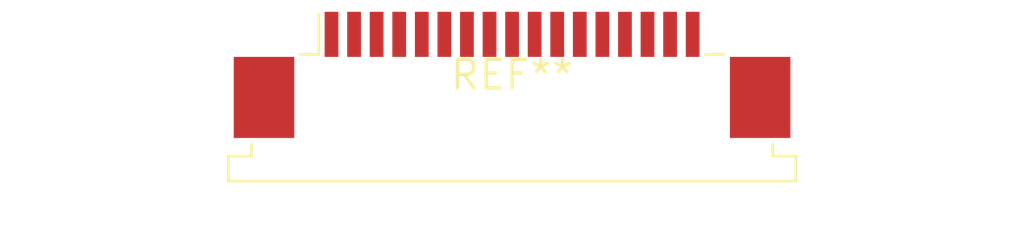
<source format=kicad_pcb>
(kicad_pcb (version 20240108) (generator pcbnew)
  (layers (0 "F.Cu" signal) (31 "B.Cu" signal) (34 "B.Paste" user) (35 "F.Paste" user) (36 "B.SilkS" user "B.Silkscreen") (37 "F.SilkS" user "F.Silkscreen") (38 "B.Mask" user) (39 "F.Mask" user) (44 "Edge.Cuts" user))
  (net 0 "")
  (footprint "TE_1-84953-7_1x17-1MP_P1.0mm_Horizontal" (layer "F.Cu") (at 0 0)
    (property "Reference" "REF**")
    (property "Value" "TE_1-84953-7_1x17-1MP_P1.0mm_Horizontal")
    (fp_line (start -12.57 3.6) (end -11.545 3.6) (layer "F.SilkS") (stroke (width 0.12)))
    (fp_line (start -12.57 4.71) (end -12.57 3.6) (layer "F.SilkS") (stroke (width 0.12)))
    (fp_line (start -11.545 3.6) (end -11.545 3.06) (layer "F.SilkS") (stroke (width 0.12)))
    (fp_line (start -9.39 -0.91) (end -8.565 -0.91) (layer "F.SilkS") (stroke (width 0.12)))
    (fp_line (start -8.565 -0.91) (end -8.565 -2.71) (layer "F.SilkS") (stroke (width 0.12)))
    (fp_line (start 8.565 -0.91) (end 9.39 -0.91) (layer "F.SilkS") (stroke (width 0.12)))
    (fp_line (start 11.545 3.06) (end 11.545 3.6) (layer "F.SilkS") (stroke (width 0.12)))
    (fp_line (start 11.545 3.6) (end 12.57 3.6) (layer "F.SilkS") (stroke (width 0.12)))
    (fp_line (start 12.57 3.6) (end 12.57 4.71) (layer "F.SilkS") (stroke (width 0.12)))
    (fp_line (start 12.57 4.71) (end -12.57 4.71) (layer "F.SilkS") (stroke (width 0.12)))
    (pad "1" smd rect (at -8 -1.8) (size 0.61 2) (layers "F.Cu" "F.Paste" "F.Mask"))
    (pad "2" smd rect (at -7 -1.8) (size 0.61 2) (layers "F.Cu" "F.Paste" "F.Mask"))
    (pad "3" smd rect (at -6 -1.8) (size 0.61 2) (layers "F.Cu" "F.Paste" "F.Mask"))
    (pad "4" smd rect (at -5 -1.8) (size 0.61 2) (layers "F.Cu" "F.Paste" "F.Mask"))
    (pad "5" smd rect (at -4 -1.8) (size 0.61 2) (layers "F.Cu" "F.Paste" "F.Mask"))
    (pad "6" smd rect (at -3 -1.8) (size 0.61 2) (layers "F.Cu" "F.Paste" "F.Mask"))
    (pad "7" smd rect (at -2 -1.8) (size 0.61 2) (layers "F.Cu" "F.Paste" "F.Mask"))
    (pad "8" smd rect (at -1 -1.8) (size 0.61 2) (layers "F.Cu" "F.Paste" "F.Mask"))
    (pad "9" smd rect (at 0 -1.8) (size 0.61 2) (layers "F.Cu" "F.Paste" "F.Mask"))
    (pad "10" smd rect (at 1 -1.8) (size 0.61 2) (layers "F.Cu" "F.Paste" "F.Mask"))
    (pad "11" smd rect (at 2 -1.8) (size 0.61 2) (layers "F.Cu" "F.Paste" "F.Mask"))
    (pad "12" smd rect (at 3 -1.8) (size 0.61 2) (layers "F.Cu" "F.Paste" "F.Mask"))
    (pad "13" smd rect (at 4 -1.8) (size 0.61 2) (layers "F.Cu" "F.Paste" "F.Mask"))
    (pad "14" smd rect (at 5 -1.8) (size 0.61 2) (layers "F.Cu" "F.Paste" "F.Mask"))
    (pad "15" smd rect (at 6 -1.8) (size 0.61 2) (layers "F.Cu" "F.Paste" "F.Mask"))
    (pad "16" smd rect (at 7 -1.8) (size 0.61 2) (layers "F.Cu" "F.Paste" "F.Mask"))
    (pad "17" smd rect (at 8 -1.8) (size 0.61 2) (layers "F.Cu" "F.Paste" "F.Mask"))
    (pad "MP" smd rect (at -10.99 1) (size 2.68 3.6) (layers "F.Cu" "F.Paste" "F.Mask"))
    (pad "MP" smd rect (at 10.99 1) (size 2.68 3.6) (layers "F.Cu" "F.Paste" "F.Mask"))
  )
)
</source>
